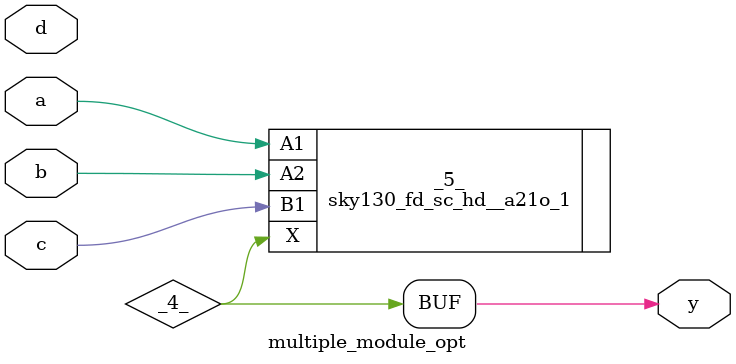
<source format=v>
/* Generated by Yosys 0.47+121 (git sha1 98b4affc4, g++ 13.2.0-23ubuntu4 -fPIC -O3) */

module multiple_module_opt(a, b, c, d, y);
  wire _0_;
  wire _1_;
  wire _2_;
  wire _3_;
  wire _4_;
  input a;
  wire a;
  input b;
  wire b;
  input c;
  wire c;
  input d;
  wire d;
  output y;
  wire y;
  sky130_fd_sc_hd__a21o_1 _5_ (
    .A1(_1_),
    .A2(_2_),
    .B1(_3_),
    .X(_4_)
  );
  assign _1_ = a;
  assign _2_ = b;
  assign _3_ = c;
  assign y = _4_;
endmodule

</source>
